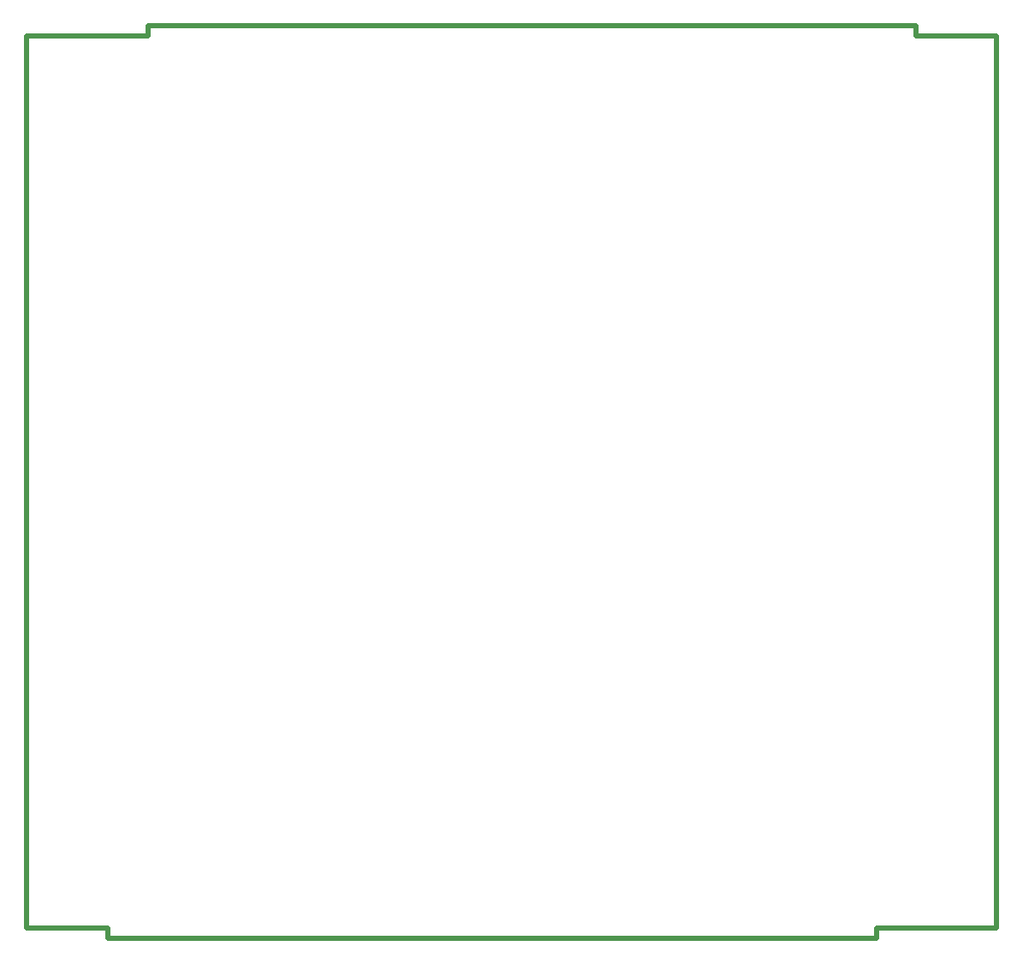
<source format=gm1>
%FSAX24Y24*%
%MOIN*%
G70*
G01*
G75*
G04 Layer_Color=16711935*
%ADD10R,0.0354X0.0394*%
%ADD11R,0.3937X0.3937*%
%ADD12R,0.0366X0.0600*%
%ADD13C,0.0394*%
%ADD14R,0.0354X0.0276*%
%ADD15C,0.0080*%
%ADD16C,0.0620*%
%ADD17R,0.0620X0.0620*%
%ADD18C,0.2756*%
%ADD19C,0.0118*%
%ADD20C,0.0180*%
%ADD21C,0.0100*%
%ADD22C,0.0079*%
%ADD23C,0.0020*%
%ADD24R,0.0434X0.0474*%
%ADD25R,0.4017X0.4017*%
%ADD26R,0.0446X0.0680*%
%ADD27C,0.0787*%
%ADD28R,0.0434X0.0356*%
%ADD29C,0.0700*%
%ADD30R,0.0700X0.0700*%
%ADD31C,0.2836*%
%ADD32C,0.0198*%
%ADD33C,0.0260*%
%ADD34C,0.0197*%
D34*
X012998Y048283D02*
X017723D01*
Y048677D01*
X047605D01*
Y048283D02*
Y048677D01*
Y048283D02*
X050754D01*
Y013520D02*
Y048283D01*
X046069Y013520D02*
X050754D01*
X016148Y013126D02*
X046069D01*
X016148D02*
Y013520D01*
X012998D02*
X016148D01*
X012998D02*
Y047177D01*
Y048283D01*
X046069Y013126D02*
Y013520D01*
M02*

</source>
